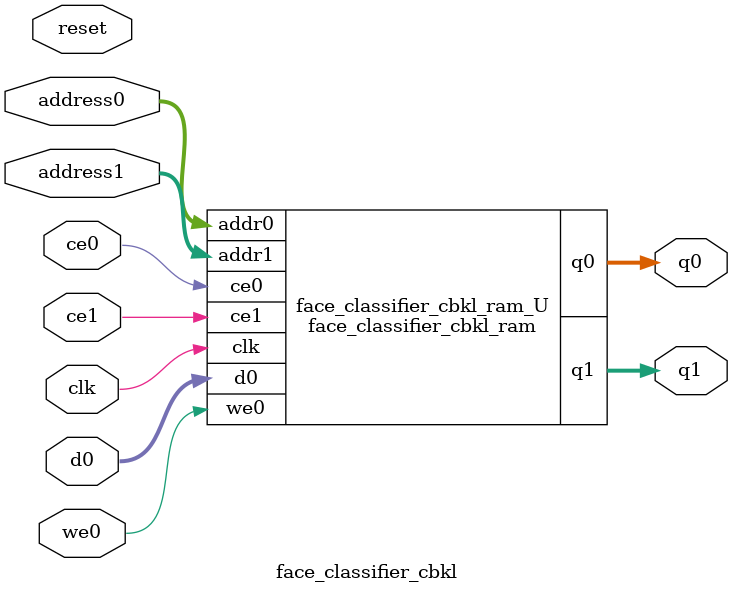
<source format=v>

`timescale 1 ns / 1 ps
module face_classifier_cbkl_ram (addr0, ce0, d0, we0, q0, addr1, ce1, q1,  clk);

parameter DWIDTH = 32;
parameter AWIDTH = 7;
parameter MEM_SIZE = 70;

input[AWIDTH-1:0] addr0;
input ce0;
input[DWIDTH-1:0] d0;
input we0;
output reg[DWIDTH-1:0] q0;
input[AWIDTH-1:0] addr1;
input ce1;
output reg[DWIDTH-1:0] q1;
input clk;

(* ram_style = "block" *)reg [DWIDTH-1:0] ram[0:MEM_SIZE-1];




always @(posedge clk)  
begin 
    if (ce0) 
    begin
        if (we0) 
        begin 
            ram[addr0] <= d0; 
            q0 <= d0;
        end 
        else 
            q0 <= ram[addr0];
    end
end


always @(posedge clk)  
begin 
    if (ce1) 
    begin
            q1 <= ram[addr1];
    end
end


endmodule


`timescale 1 ns / 1 ps
module face_classifier_cbkl(
    reset,
    clk,
    address0,
    ce0,
    we0,
    d0,
    q0,
    address1,
    ce1,
    q1);

parameter DataWidth = 32'd32;
parameter AddressRange = 32'd70;
parameter AddressWidth = 32'd7;
input reset;
input clk;
input[AddressWidth - 1:0] address0;
input ce0;
input we0;
input[DataWidth - 1:0] d0;
output[DataWidth - 1:0] q0;
input[AddressWidth - 1:0] address1;
input ce1;
output[DataWidth - 1:0] q1;



face_classifier_cbkl_ram face_classifier_cbkl_ram_U(
    .clk( clk ),
    .addr0( address0 ),
    .ce0( ce0 ),
    .we0( we0 ),
    .d0( d0 ),
    .q0( q0 ),
    .addr1( address1 ),
    .ce1( ce1 ),
    .q1( q1 ));

endmodule


</source>
